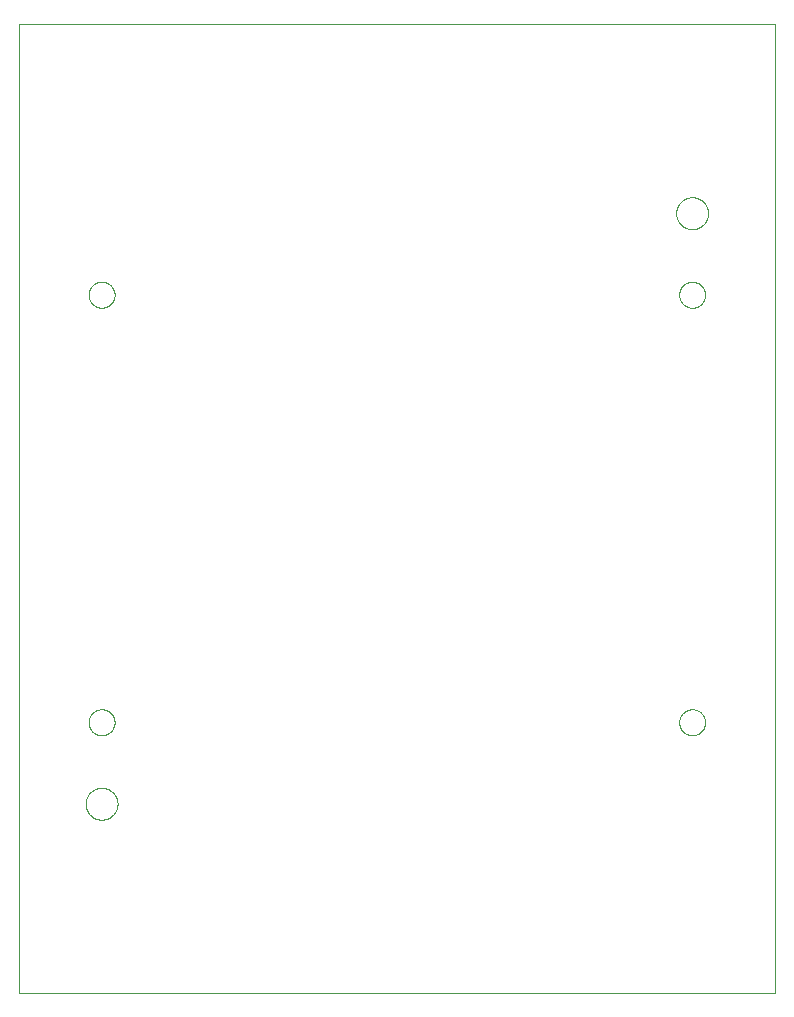
<source format=gtp>
G75*
%MOIN*%
%OFA0B0*%
%FSLAX25Y25*%
%IPPOS*%
%LPD*%
%AMOC8*
5,1,8,0,0,1.08239X$1,22.5*
%
%ADD10C,0.00000*%
D10*
X0001300Y0011772D02*
X0001300Y0334606D01*
X0253269Y0334606D01*
X0253269Y0011772D01*
X0001300Y0011772D01*
X0023544Y0074764D02*
X0023546Y0074909D01*
X0023552Y0075054D01*
X0023562Y0075199D01*
X0023576Y0075344D01*
X0023594Y0075488D01*
X0023615Y0075631D01*
X0023641Y0075774D01*
X0023670Y0075916D01*
X0023704Y0076058D01*
X0023741Y0076198D01*
X0023782Y0076337D01*
X0023827Y0076475D01*
X0023876Y0076612D01*
X0023928Y0076748D01*
X0023984Y0076882D01*
X0024044Y0077014D01*
X0024107Y0077145D01*
X0024174Y0077273D01*
X0024244Y0077401D01*
X0024318Y0077526D01*
X0024395Y0077649D01*
X0024475Y0077769D01*
X0024559Y0077888D01*
X0024646Y0078004D01*
X0024736Y0078118D01*
X0024829Y0078230D01*
X0024925Y0078338D01*
X0025025Y0078444D01*
X0025126Y0078548D01*
X0025231Y0078648D01*
X0025339Y0078746D01*
X0025449Y0078841D01*
X0025561Y0078932D01*
X0025676Y0079021D01*
X0025794Y0079106D01*
X0025914Y0079188D01*
X0026036Y0079267D01*
X0026160Y0079343D01*
X0026286Y0079415D01*
X0026414Y0079483D01*
X0026544Y0079548D01*
X0026675Y0079610D01*
X0026808Y0079667D01*
X0026943Y0079722D01*
X0027079Y0079772D01*
X0027217Y0079819D01*
X0027355Y0079862D01*
X0027495Y0079901D01*
X0027636Y0079936D01*
X0027778Y0079968D01*
X0027920Y0079995D01*
X0028063Y0080019D01*
X0028207Y0080039D01*
X0028352Y0080055D01*
X0028496Y0080067D01*
X0028641Y0080075D01*
X0028786Y0080079D01*
X0028932Y0080079D01*
X0029077Y0080075D01*
X0029222Y0080067D01*
X0029366Y0080055D01*
X0029511Y0080039D01*
X0029655Y0080019D01*
X0029798Y0079995D01*
X0029940Y0079968D01*
X0030082Y0079936D01*
X0030223Y0079901D01*
X0030363Y0079862D01*
X0030501Y0079819D01*
X0030639Y0079772D01*
X0030775Y0079722D01*
X0030910Y0079667D01*
X0031043Y0079610D01*
X0031174Y0079548D01*
X0031304Y0079483D01*
X0031432Y0079415D01*
X0031558Y0079343D01*
X0031682Y0079267D01*
X0031804Y0079188D01*
X0031924Y0079106D01*
X0032042Y0079021D01*
X0032157Y0078932D01*
X0032269Y0078841D01*
X0032379Y0078746D01*
X0032487Y0078648D01*
X0032592Y0078548D01*
X0032693Y0078444D01*
X0032793Y0078338D01*
X0032889Y0078230D01*
X0032982Y0078118D01*
X0033072Y0078004D01*
X0033159Y0077888D01*
X0033243Y0077769D01*
X0033323Y0077649D01*
X0033400Y0077526D01*
X0033474Y0077401D01*
X0033544Y0077273D01*
X0033611Y0077145D01*
X0033674Y0077014D01*
X0033734Y0076882D01*
X0033790Y0076748D01*
X0033842Y0076612D01*
X0033891Y0076475D01*
X0033936Y0076337D01*
X0033977Y0076198D01*
X0034014Y0076058D01*
X0034048Y0075916D01*
X0034077Y0075774D01*
X0034103Y0075631D01*
X0034124Y0075488D01*
X0034142Y0075344D01*
X0034156Y0075199D01*
X0034166Y0075054D01*
X0034172Y0074909D01*
X0034174Y0074764D01*
X0034172Y0074619D01*
X0034166Y0074474D01*
X0034156Y0074329D01*
X0034142Y0074184D01*
X0034124Y0074040D01*
X0034103Y0073897D01*
X0034077Y0073754D01*
X0034048Y0073612D01*
X0034014Y0073470D01*
X0033977Y0073330D01*
X0033936Y0073191D01*
X0033891Y0073053D01*
X0033842Y0072916D01*
X0033790Y0072780D01*
X0033734Y0072646D01*
X0033674Y0072514D01*
X0033611Y0072383D01*
X0033544Y0072255D01*
X0033474Y0072127D01*
X0033400Y0072002D01*
X0033323Y0071879D01*
X0033243Y0071759D01*
X0033159Y0071640D01*
X0033072Y0071524D01*
X0032982Y0071410D01*
X0032889Y0071298D01*
X0032793Y0071190D01*
X0032693Y0071084D01*
X0032592Y0070980D01*
X0032487Y0070880D01*
X0032379Y0070782D01*
X0032269Y0070687D01*
X0032157Y0070596D01*
X0032042Y0070507D01*
X0031924Y0070422D01*
X0031804Y0070340D01*
X0031682Y0070261D01*
X0031558Y0070185D01*
X0031432Y0070113D01*
X0031304Y0070045D01*
X0031174Y0069980D01*
X0031043Y0069918D01*
X0030910Y0069861D01*
X0030775Y0069806D01*
X0030639Y0069756D01*
X0030501Y0069709D01*
X0030363Y0069666D01*
X0030223Y0069627D01*
X0030082Y0069592D01*
X0029940Y0069560D01*
X0029798Y0069533D01*
X0029655Y0069509D01*
X0029511Y0069489D01*
X0029366Y0069473D01*
X0029222Y0069461D01*
X0029077Y0069453D01*
X0028932Y0069449D01*
X0028786Y0069449D01*
X0028641Y0069453D01*
X0028496Y0069461D01*
X0028352Y0069473D01*
X0028207Y0069489D01*
X0028063Y0069509D01*
X0027920Y0069533D01*
X0027778Y0069560D01*
X0027636Y0069592D01*
X0027495Y0069627D01*
X0027355Y0069666D01*
X0027217Y0069709D01*
X0027079Y0069756D01*
X0026943Y0069806D01*
X0026808Y0069861D01*
X0026675Y0069918D01*
X0026544Y0069980D01*
X0026414Y0070045D01*
X0026286Y0070113D01*
X0026160Y0070185D01*
X0026036Y0070261D01*
X0025914Y0070340D01*
X0025794Y0070422D01*
X0025676Y0070507D01*
X0025561Y0070596D01*
X0025449Y0070687D01*
X0025339Y0070782D01*
X0025231Y0070880D01*
X0025126Y0070980D01*
X0025025Y0071084D01*
X0024925Y0071190D01*
X0024829Y0071298D01*
X0024736Y0071410D01*
X0024646Y0071524D01*
X0024559Y0071640D01*
X0024475Y0071759D01*
X0024395Y0071879D01*
X0024318Y0072002D01*
X0024244Y0072127D01*
X0024174Y0072255D01*
X0024107Y0072383D01*
X0024044Y0072514D01*
X0023984Y0072646D01*
X0023928Y0072780D01*
X0023876Y0072916D01*
X0023827Y0073053D01*
X0023782Y0073191D01*
X0023741Y0073330D01*
X0023704Y0073470D01*
X0023670Y0073612D01*
X0023641Y0073754D01*
X0023615Y0073897D01*
X0023594Y0074040D01*
X0023576Y0074184D01*
X0023562Y0074329D01*
X0023552Y0074474D01*
X0023546Y0074619D01*
X0023544Y0074764D01*
X0024528Y0101929D02*
X0024530Y0102060D01*
X0024536Y0102192D01*
X0024546Y0102323D01*
X0024560Y0102454D01*
X0024578Y0102584D01*
X0024600Y0102713D01*
X0024625Y0102842D01*
X0024655Y0102970D01*
X0024689Y0103097D01*
X0024726Y0103224D01*
X0024767Y0103348D01*
X0024812Y0103472D01*
X0024861Y0103594D01*
X0024913Y0103715D01*
X0024969Y0103833D01*
X0025029Y0103951D01*
X0025092Y0104066D01*
X0025159Y0104179D01*
X0025229Y0104291D01*
X0025302Y0104400D01*
X0025378Y0104506D01*
X0025458Y0104611D01*
X0025541Y0104713D01*
X0025627Y0104812D01*
X0025716Y0104909D01*
X0025808Y0105003D01*
X0025903Y0105094D01*
X0026000Y0105183D01*
X0026100Y0105268D01*
X0026203Y0105350D01*
X0026308Y0105429D01*
X0026415Y0105505D01*
X0026525Y0105577D01*
X0026637Y0105646D01*
X0026751Y0105712D01*
X0026866Y0105774D01*
X0026984Y0105833D01*
X0027103Y0105888D01*
X0027224Y0105940D01*
X0027347Y0105987D01*
X0027471Y0106031D01*
X0027596Y0106072D01*
X0027722Y0106108D01*
X0027850Y0106141D01*
X0027978Y0106169D01*
X0028107Y0106194D01*
X0028237Y0106215D01*
X0028367Y0106232D01*
X0028498Y0106245D01*
X0028629Y0106254D01*
X0028760Y0106259D01*
X0028892Y0106260D01*
X0029023Y0106257D01*
X0029155Y0106250D01*
X0029286Y0106239D01*
X0029416Y0106224D01*
X0029546Y0106205D01*
X0029676Y0106182D01*
X0029804Y0106156D01*
X0029932Y0106125D01*
X0030059Y0106090D01*
X0030185Y0106052D01*
X0030309Y0106010D01*
X0030433Y0105964D01*
X0030554Y0105914D01*
X0030674Y0105861D01*
X0030793Y0105804D01*
X0030910Y0105744D01*
X0031024Y0105680D01*
X0031137Y0105612D01*
X0031248Y0105541D01*
X0031357Y0105467D01*
X0031463Y0105390D01*
X0031567Y0105309D01*
X0031668Y0105226D01*
X0031767Y0105139D01*
X0031863Y0105049D01*
X0031956Y0104956D01*
X0032047Y0104861D01*
X0032134Y0104763D01*
X0032219Y0104662D01*
X0032300Y0104559D01*
X0032378Y0104453D01*
X0032453Y0104345D01*
X0032525Y0104235D01*
X0032593Y0104123D01*
X0032658Y0104009D01*
X0032719Y0103892D01*
X0032777Y0103774D01*
X0032831Y0103654D01*
X0032882Y0103533D01*
X0032929Y0103410D01*
X0032972Y0103286D01*
X0033011Y0103161D01*
X0033047Y0103034D01*
X0033078Y0102906D01*
X0033106Y0102778D01*
X0033130Y0102649D01*
X0033150Y0102519D01*
X0033166Y0102388D01*
X0033178Y0102257D01*
X0033186Y0102126D01*
X0033190Y0101995D01*
X0033190Y0101863D01*
X0033186Y0101732D01*
X0033178Y0101601D01*
X0033166Y0101470D01*
X0033150Y0101339D01*
X0033130Y0101209D01*
X0033106Y0101080D01*
X0033078Y0100952D01*
X0033047Y0100824D01*
X0033011Y0100697D01*
X0032972Y0100572D01*
X0032929Y0100448D01*
X0032882Y0100325D01*
X0032831Y0100204D01*
X0032777Y0100084D01*
X0032719Y0099966D01*
X0032658Y0099849D01*
X0032593Y0099735D01*
X0032525Y0099623D01*
X0032453Y0099513D01*
X0032378Y0099405D01*
X0032300Y0099299D01*
X0032219Y0099196D01*
X0032134Y0099095D01*
X0032047Y0098997D01*
X0031956Y0098902D01*
X0031863Y0098809D01*
X0031767Y0098719D01*
X0031668Y0098632D01*
X0031567Y0098549D01*
X0031463Y0098468D01*
X0031357Y0098391D01*
X0031248Y0098317D01*
X0031137Y0098246D01*
X0031025Y0098178D01*
X0030910Y0098114D01*
X0030793Y0098054D01*
X0030674Y0097997D01*
X0030554Y0097944D01*
X0030433Y0097894D01*
X0030309Y0097848D01*
X0030185Y0097806D01*
X0030059Y0097768D01*
X0029932Y0097733D01*
X0029804Y0097702D01*
X0029676Y0097676D01*
X0029546Y0097653D01*
X0029416Y0097634D01*
X0029286Y0097619D01*
X0029155Y0097608D01*
X0029023Y0097601D01*
X0028892Y0097598D01*
X0028760Y0097599D01*
X0028629Y0097604D01*
X0028498Y0097613D01*
X0028367Y0097626D01*
X0028237Y0097643D01*
X0028107Y0097664D01*
X0027978Y0097689D01*
X0027850Y0097717D01*
X0027722Y0097750D01*
X0027596Y0097786D01*
X0027471Y0097827D01*
X0027347Y0097871D01*
X0027224Y0097918D01*
X0027103Y0097970D01*
X0026984Y0098025D01*
X0026866Y0098084D01*
X0026751Y0098146D01*
X0026637Y0098212D01*
X0026525Y0098281D01*
X0026415Y0098353D01*
X0026308Y0098429D01*
X0026203Y0098508D01*
X0026100Y0098590D01*
X0026000Y0098675D01*
X0025903Y0098764D01*
X0025808Y0098855D01*
X0025716Y0098949D01*
X0025627Y0099046D01*
X0025541Y0099145D01*
X0025458Y0099247D01*
X0025378Y0099352D01*
X0025302Y0099458D01*
X0025229Y0099567D01*
X0025159Y0099679D01*
X0025092Y0099792D01*
X0025029Y0099907D01*
X0024969Y0100025D01*
X0024913Y0100143D01*
X0024861Y0100264D01*
X0024812Y0100386D01*
X0024767Y0100510D01*
X0024726Y0100634D01*
X0024689Y0100761D01*
X0024655Y0100888D01*
X0024625Y0101016D01*
X0024600Y0101145D01*
X0024578Y0101274D01*
X0024560Y0101404D01*
X0024546Y0101535D01*
X0024536Y0101666D01*
X0024530Y0101798D01*
X0024528Y0101929D01*
X0024528Y0244449D02*
X0024530Y0244580D01*
X0024536Y0244712D01*
X0024546Y0244843D01*
X0024560Y0244974D01*
X0024578Y0245104D01*
X0024600Y0245233D01*
X0024625Y0245362D01*
X0024655Y0245490D01*
X0024689Y0245617D01*
X0024726Y0245744D01*
X0024767Y0245868D01*
X0024812Y0245992D01*
X0024861Y0246114D01*
X0024913Y0246235D01*
X0024969Y0246353D01*
X0025029Y0246471D01*
X0025092Y0246586D01*
X0025159Y0246699D01*
X0025229Y0246811D01*
X0025302Y0246920D01*
X0025378Y0247026D01*
X0025458Y0247131D01*
X0025541Y0247233D01*
X0025627Y0247332D01*
X0025716Y0247429D01*
X0025808Y0247523D01*
X0025903Y0247614D01*
X0026000Y0247703D01*
X0026100Y0247788D01*
X0026203Y0247870D01*
X0026308Y0247949D01*
X0026415Y0248025D01*
X0026525Y0248097D01*
X0026637Y0248166D01*
X0026751Y0248232D01*
X0026866Y0248294D01*
X0026984Y0248353D01*
X0027103Y0248408D01*
X0027224Y0248460D01*
X0027347Y0248507D01*
X0027471Y0248551D01*
X0027596Y0248592D01*
X0027722Y0248628D01*
X0027850Y0248661D01*
X0027978Y0248689D01*
X0028107Y0248714D01*
X0028237Y0248735D01*
X0028367Y0248752D01*
X0028498Y0248765D01*
X0028629Y0248774D01*
X0028760Y0248779D01*
X0028892Y0248780D01*
X0029023Y0248777D01*
X0029155Y0248770D01*
X0029286Y0248759D01*
X0029416Y0248744D01*
X0029546Y0248725D01*
X0029676Y0248702D01*
X0029804Y0248676D01*
X0029932Y0248645D01*
X0030059Y0248610D01*
X0030185Y0248572D01*
X0030309Y0248530D01*
X0030433Y0248484D01*
X0030554Y0248434D01*
X0030674Y0248381D01*
X0030793Y0248324D01*
X0030910Y0248264D01*
X0031024Y0248200D01*
X0031137Y0248132D01*
X0031248Y0248061D01*
X0031357Y0247987D01*
X0031463Y0247910D01*
X0031567Y0247829D01*
X0031668Y0247746D01*
X0031767Y0247659D01*
X0031863Y0247569D01*
X0031956Y0247476D01*
X0032047Y0247381D01*
X0032134Y0247283D01*
X0032219Y0247182D01*
X0032300Y0247079D01*
X0032378Y0246973D01*
X0032453Y0246865D01*
X0032525Y0246755D01*
X0032593Y0246643D01*
X0032658Y0246529D01*
X0032719Y0246412D01*
X0032777Y0246294D01*
X0032831Y0246174D01*
X0032882Y0246053D01*
X0032929Y0245930D01*
X0032972Y0245806D01*
X0033011Y0245681D01*
X0033047Y0245554D01*
X0033078Y0245426D01*
X0033106Y0245298D01*
X0033130Y0245169D01*
X0033150Y0245039D01*
X0033166Y0244908D01*
X0033178Y0244777D01*
X0033186Y0244646D01*
X0033190Y0244515D01*
X0033190Y0244383D01*
X0033186Y0244252D01*
X0033178Y0244121D01*
X0033166Y0243990D01*
X0033150Y0243859D01*
X0033130Y0243729D01*
X0033106Y0243600D01*
X0033078Y0243472D01*
X0033047Y0243344D01*
X0033011Y0243217D01*
X0032972Y0243092D01*
X0032929Y0242968D01*
X0032882Y0242845D01*
X0032831Y0242724D01*
X0032777Y0242604D01*
X0032719Y0242486D01*
X0032658Y0242369D01*
X0032593Y0242255D01*
X0032525Y0242143D01*
X0032453Y0242033D01*
X0032378Y0241925D01*
X0032300Y0241819D01*
X0032219Y0241716D01*
X0032134Y0241615D01*
X0032047Y0241517D01*
X0031956Y0241422D01*
X0031863Y0241329D01*
X0031767Y0241239D01*
X0031668Y0241152D01*
X0031567Y0241069D01*
X0031463Y0240988D01*
X0031357Y0240911D01*
X0031248Y0240837D01*
X0031137Y0240766D01*
X0031025Y0240698D01*
X0030910Y0240634D01*
X0030793Y0240574D01*
X0030674Y0240517D01*
X0030554Y0240464D01*
X0030433Y0240414D01*
X0030309Y0240368D01*
X0030185Y0240326D01*
X0030059Y0240288D01*
X0029932Y0240253D01*
X0029804Y0240222D01*
X0029676Y0240196D01*
X0029546Y0240173D01*
X0029416Y0240154D01*
X0029286Y0240139D01*
X0029155Y0240128D01*
X0029023Y0240121D01*
X0028892Y0240118D01*
X0028760Y0240119D01*
X0028629Y0240124D01*
X0028498Y0240133D01*
X0028367Y0240146D01*
X0028237Y0240163D01*
X0028107Y0240184D01*
X0027978Y0240209D01*
X0027850Y0240237D01*
X0027722Y0240270D01*
X0027596Y0240306D01*
X0027471Y0240347D01*
X0027347Y0240391D01*
X0027224Y0240438D01*
X0027103Y0240490D01*
X0026984Y0240545D01*
X0026866Y0240604D01*
X0026751Y0240666D01*
X0026637Y0240732D01*
X0026525Y0240801D01*
X0026415Y0240873D01*
X0026308Y0240949D01*
X0026203Y0241028D01*
X0026100Y0241110D01*
X0026000Y0241195D01*
X0025903Y0241284D01*
X0025808Y0241375D01*
X0025716Y0241469D01*
X0025627Y0241566D01*
X0025541Y0241665D01*
X0025458Y0241767D01*
X0025378Y0241872D01*
X0025302Y0241978D01*
X0025229Y0242087D01*
X0025159Y0242199D01*
X0025092Y0242312D01*
X0025029Y0242427D01*
X0024969Y0242545D01*
X0024913Y0242663D01*
X0024861Y0242784D01*
X0024812Y0242906D01*
X0024767Y0243030D01*
X0024726Y0243154D01*
X0024689Y0243281D01*
X0024655Y0243408D01*
X0024625Y0243536D01*
X0024600Y0243665D01*
X0024578Y0243794D01*
X0024560Y0243924D01*
X0024546Y0244055D01*
X0024536Y0244186D01*
X0024530Y0244318D01*
X0024528Y0244449D01*
X0221378Y0244449D02*
X0221380Y0244580D01*
X0221386Y0244712D01*
X0221396Y0244843D01*
X0221410Y0244974D01*
X0221428Y0245104D01*
X0221450Y0245233D01*
X0221475Y0245362D01*
X0221505Y0245490D01*
X0221539Y0245617D01*
X0221576Y0245744D01*
X0221617Y0245868D01*
X0221662Y0245992D01*
X0221711Y0246114D01*
X0221763Y0246235D01*
X0221819Y0246353D01*
X0221879Y0246471D01*
X0221942Y0246586D01*
X0222009Y0246699D01*
X0222079Y0246811D01*
X0222152Y0246920D01*
X0222228Y0247026D01*
X0222308Y0247131D01*
X0222391Y0247233D01*
X0222477Y0247332D01*
X0222566Y0247429D01*
X0222658Y0247523D01*
X0222753Y0247614D01*
X0222850Y0247703D01*
X0222950Y0247788D01*
X0223053Y0247870D01*
X0223158Y0247949D01*
X0223265Y0248025D01*
X0223375Y0248097D01*
X0223487Y0248166D01*
X0223601Y0248232D01*
X0223716Y0248294D01*
X0223834Y0248353D01*
X0223953Y0248408D01*
X0224074Y0248460D01*
X0224197Y0248507D01*
X0224321Y0248551D01*
X0224446Y0248592D01*
X0224572Y0248628D01*
X0224700Y0248661D01*
X0224828Y0248689D01*
X0224957Y0248714D01*
X0225087Y0248735D01*
X0225217Y0248752D01*
X0225348Y0248765D01*
X0225479Y0248774D01*
X0225610Y0248779D01*
X0225742Y0248780D01*
X0225873Y0248777D01*
X0226005Y0248770D01*
X0226136Y0248759D01*
X0226266Y0248744D01*
X0226396Y0248725D01*
X0226526Y0248702D01*
X0226654Y0248676D01*
X0226782Y0248645D01*
X0226909Y0248610D01*
X0227035Y0248572D01*
X0227159Y0248530D01*
X0227283Y0248484D01*
X0227404Y0248434D01*
X0227524Y0248381D01*
X0227643Y0248324D01*
X0227760Y0248264D01*
X0227874Y0248200D01*
X0227987Y0248132D01*
X0228098Y0248061D01*
X0228207Y0247987D01*
X0228313Y0247910D01*
X0228417Y0247829D01*
X0228518Y0247746D01*
X0228617Y0247659D01*
X0228713Y0247569D01*
X0228806Y0247476D01*
X0228897Y0247381D01*
X0228984Y0247283D01*
X0229069Y0247182D01*
X0229150Y0247079D01*
X0229228Y0246973D01*
X0229303Y0246865D01*
X0229375Y0246755D01*
X0229443Y0246643D01*
X0229508Y0246529D01*
X0229569Y0246412D01*
X0229627Y0246294D01*
X0229681Y0246174D01*
X0229732Y0246053D01*
X0229779Y0245930D01*
X0229822Y0245806D01*
X0229861Y0245681D01*
X0229897Y0245554D01*
X0229928Y0245426D01*
X0229956Y0245298D01*
X0229980Y0245169D01*
X0230000Y0245039D01*
X0230016Y0244908D01*
X0230028Y0244777D01*
X0230036Y0244646D01*
X0230040Y0244515D01*
X0230040Y0244383D01*
X0230036Y0244252D01*
X0230028Y0244121D01*
X0230016Y0243990D01*
X0230000Y0243859D01*
X0229980Y0243729D01*
X0229956Y0243600D01*
X0229928Y0243472D01*
X0229897Y0243344D01*
X0229861Y0243217D01*
X0229822Y0243092D01*
X0229779Y0242968D01*
X0229732Y0242845D01*
X0229681Y0242724D01*
X0229627Y0242604D01*
X0229569Y0242486D01*
X0229508Y0242369D01*
X0229443Y0242255D01*
X0229375Y0242143D01*
X0229303Y0242033D01*
X0229228Y0241925D01*
X0229150Y0241819D01*
X0229069Y0241716D01*
X0228984Y0241615D01*
X0228897Y0241517D01*
X0228806Y0241422D01*
X0228713Y0241329D01*
X0228617Y0241239D01*
X0228518Y0241152D01*
X0228417Y0241069D01*
X0228313Y0240988D01*
X0228207Y0240911D01*
X0228098Y0240837D01*
X0227987Y0240766D01*
X0227875Y0240698D01*
X0227760Y0240634D01*
X0227643Y0240574D01*
X0227524Y0240517D01*
X0227404Y0240464D01*
X0227283Y0240414D01*
X0227159Y0240368D01*
X0227035Y0240326D01*
X0226909Y0240288D01*
X0226782Y0240253D01*
X0226654Y0240222D01*
X0226526Y0240196D01*
X0226396Y0240173D01*
X0226266Y0240154D01*
X0226136Y0240139D01*
X0226005Y0240128D01*
X0225873Y0240121D01*
X0225742Y0240118D01*
X0225610Y0240119D01*
X0225479Y0240124D01*
X0225348Y0240133D01*
X0225217Y0240146D01*
X0225087Y0240163D01*
X0224957Y0240184D01*
X0224828Y0240209D01*
X0224700Y0240237D01*
X0224572Y0240270D01*
X0224446Y0240306D01*
X0224321Y0240347D01*
X0224197Y0240391D01*
X0224074Y0240438D01*
X0223953Y0240490D01*
X0223834Y0240545D01*
X0223716Y0240604D01*
X0223601Y0240666D01*
X0223487Y0240732D01*
X0223375Y0240801D01*
X0223265Y0240873D01*
X0223158Y0240949D01*
X0223053Y0241028D01*
X0222950Y0241110D01*
X0222850Y0241195D01*
X0222753Y0241284D01*
X0222658Y0241375D01*
X0222566Y0241469D01*
X0222477Y0241566D01*
X0222391Y0241665D01*
X0222308Y0241767D01*
X0222228Y0241872D01*
X0222152Y0241978D01*
X0222079Y0242087D01*
X0222009Y0242199D01*
X0221942Y0242312D01*
X0221879Y0242427D01*
X0221819Y0242545D01*
X0221763Y0242663D01*
X0221711Y0242784D01*
X0221662Y0242906D01*
X0221617Y0243030D01*
X0221576Y0243154D01*
X0221539Y0243281D01*
X0221505Y0243408D01*
X0221475Y0243536D01*
X0221450Y0243665D01*
X0221428Y0243794D01*
X0221410Y0243924D01*
X0221396Y0244055D01*
X0221386Y0244186D01*
X0221380Y0244318D01*
X0221378Y0244449D01*
X0220394Y0271614D02*
X0220396Y0271759D01*
X0220402Y0271904D01*
X0220412Y0272049D01*
X0220426Y0272194D01*
X0220444Y0272338D01*
X0220465Y0272481D01*
X0220491Y0272624D01*
X0220520Y0272766D01*
X0220554Y0272908D01*
X0220591Y0273048D01*
X0220632Y0273187D01*
X0220677Y0273325D01*
X0220726Y0273462D01*
X0220778Y0273598D01*
X0220834Y0273732D01*
X0220894Y0273864D01*
X0220957Y0273995D01*
X0221024Y0274123D01*
X0221094Y0274251D01*
X0221168Y0274376D01*
X0221245Y0274499D01*
X0221325Y0274619D01*
X0221409Y0274738D01*
X0221496Y0274854D01*
X0221586Y0274968D01*
X0221679Y0275080D01*
X0221775Y0275188D01*
X0221875Y0275294D01*
X0221976Y0275398D01*
X0222081Y0275498D01*
X0222189Y0275596D01*
X0222299Y0275691D01*
X0222411Y0275782D01*
X0222526Y0275871D01*
X0222644Y0275956D01*
X0222764Y0276038D01*
X0222886Y0276117D01*
X0223010Y0276193D01*
X0223136Y0276265D01*
X0223264Y0276333D01*
X0223394Y0276398D01*
X0223525Y0276460D01*
X0223658Y0276517D01*
X0223793Y0276572D01*
X0223929Y0276622D01*
X0224067Y0276669D01*
X0224205Y0276712D01*
X0224345Y0276751D01*
X0224486Y0276786D01*
X0224628Y0276818D01*
X0224770Y0276845D01*
X0224913Y0276869D01*
X0225057Y0276889D01*
X0225202Y0276905D01*
X0225346Y0276917D01*
X0225491Y0276925D01*
X0225636Y0276929D01*
X0225782Y0276929D01*
X0225927Y0276925D01*
X0226072Y0276917D01*
X0226216Y0276905D01*
X0226361Y0276889D01*
X0226505Y0276869D01*
X0226648Y0276845D01*
X0226790Y0276818D01*
X0226932Y0276786D01*
X0227073Y0276751D01*
X0227213Y0276712D01*
X0227351Y0276669D01*
X0227489Y0276622D01*
X0227625Y0276572D01*
X0227760Y0276517D01*
X0227893Y0276460D01*
X0228024Y0276398D01*
X0228154Y0276333D01*
X0228282Y0276265D01*
X0228408Y0276193D01*
X0228532Y0276117D01*
X0228654Y0276038D01*
X0228774Y0275956D01*
X0228892Y0275871D01*
X0229007Y0275782D01*
X0229119Y0275691D01*
X0229229Y0275596D01*
X0229337Y0275498D01*
X0229442Y0275398D01*
X0229543Y0275294D01*
X0229643Y0275188D01*
X0229739Y0275080D01*
X0229832Y0274968D01*
X0229922Y0274854D01*
X0230009Y0274738D01*
X0230093Y0274619D01*
X0230173Y0274499D01*
X0230250Y0274376D01*
X0230324Y0274251D01*
X0230394Y0274123D01*
X0230461Y0273995D01*
X0230524Y0273864D01*
X0230584Y0273732D01*
X0230640Y0273598D01*
X0230692Y0273462D01*
X0230741Y0273325D01*
X0230786Y0273187D01*
X0230827Y0273048D01*
X0230864Y0272908D01*
X0230898Y0272766D01*
X0230927Y0272624D01*
X0230953Y0272481D01*
X0230974Y0272338D01*
X0230992Y0272194D01*
X0231006Y0272049D01*
X0231016Y0271904D01*
X0231022Y0271759D01*
X0231024Y0271614D01*
X0231022Y0271469D01*
X0231016Y0271324D01*
X0231006Y0271179D01*
X0230992Y0271034D01*
X0230974Y0270890D01*
X0230953Y0270747D01*
X0230927Y0270604D01*
X0230898Y0270462D01*
X0230864Y0270320D01*
X0230827Y0270180D01*
X0230786Y0270041D01*
X0230741Y0269903D01*
X0230692Y0269766D01*
X0230640Y0269630D01*
X0230584Y0269496D01*
X0230524Y0269364D01*
X0230461Y0269233D01*
X0230394Y0269105D01*
X0230324Y0268977D01*
X0230250Y0268852D01*
X0230173Y0268729D01*
X0230093Y0268609D01*
X0230009Y0268490D01*
X0229922Y0268374D01*
X0229832Y0268260D01*
X0229739Y0268148D01*
X0229643Y0268040D01*
X0229543Y0267934D01*
X0229442Y0267830D01*
X0229337Y0267730D01*
X0229229Y0267632D01*
X0229119Y0267537D01*
X0229007Y0267446D01*
X0228892Y0267357D01*
X0228774Y0267272D01*
X0228654Y0267190D01*
X0228532Y0267111D01*
X0228408Y0267035D01*
X0228282Y0266963D01*
X0228154Y0266895D01*
X0228024Y0266830D01*
X0227893Y0266768D01*
X0227760Y0266711D01*
X0227625Y0266656D01*
X0227489Y0266606D01*
X0227351Y0266559D01*
X0227213Y0266516D01*
X0227073Y0266477D01*
X0226932Y0266442D01*
X0226790Y0266410D01*
X0226648Y0266383D01*
X0226505Y0266359D01*
X0226361Y0266339D01*
X0226216Y0266323D01*
X0226072Y0266311D01*
X0225927Y0266303D01*
X0225782Y0266299D01*
X0225636Y0266299D01*
X0225491Y0266303D01*
X0225346Y0266311D01*
X0225202Y0266323D01*
X0225057Y0266339D01*
X0224913Y0266359D01*
X0224770Y0266383D01*
X0224628Y0266410D01*
X0224486Y0266442D01*
X0224345Y0266477D01*
X0224205Y0266516D01*
X0224067Y0266559D01*
X0223929Y0266606D01*
X0223793Y0266656D01*
X0223658Y0266711D01*
X0223525Y0266768D01*
X0223394Y0266830D01*
X0223264Y0266895D01*
X0223136Y0266963D01*
X0223010Y0267035D01*
X0222886Y0267111D01*
X0222764Y0267190D01*
X0222644Y0267272D01*
X0222526Y0267357D01*
X0222411Y0267446D01*
X0222299Y0267537D01*
X0222189Y0267632D01*
X0222081Y0267730D01*
X0221976Y0267830D01*
X0221875Y0267934D01*
X0221775Y0268040D01*
X0221679Y0268148D01*
X0221586Y0268260D01*
X0221496Y0268374D01*
X0221409Y0268490D01*
X0221325Y0268609D01*
X0221245Y0268729D01*
X0221168Y0268852D01*
X0221094Y0268977D01*
X0221024Y0269105D01*
X0220957Y0269233D01*
X0220894Y0269364D01*
X0220834Y0269496D01*
X0220778Y0269630D01*
X0220726Y0269766D01*
X0220677Y0269903D01*
X0220632Y0270041D01*
X0220591Y0270180D01*
X0220554Y0270320D01*
X0220520Y0270462D01*
X0220491Y0270604D01*
X0220465Y0270747D01*
X0220444Y0270890D01*
X0220426Y0271034D01*
X0220412Y0271179D01*
X0220402Y0271324D01*
X0220396Y0271469D01*
X0220394Y0271614D01*
X0221378Y0101929D02*
X0221380Y0102060D01*
X0221386Y0102192D01*
X0221396Y0102323D01*
X0221410Y0102454D01*
X0221428Y0102584D01*
X0221450Y0102713D01*
X0221475Y0102842D01*
X0221505Y0102970D01*
X0221539Y0103097D01*
X0221576Y0103224D01*
X0221617Y0103348D01*
X0221662Y0103472D01*
X0221711Y0103594D01*
X0221763Y0103715D01*
X0221819Y0103833D01*
X0221879Y0103951D01*
X0221942Y0104066D01*
X0222009Y0104179D01*
X0222079Y0104291D01*
X0222152Y0104400D01*
X0222228Y0104506D01*
X0222308Y0104611D01*
X0222391Y0104713D01*
X0222477Y0104812D01*
X0222566Y0104909D01*
X0222658Y0105003D01*
X0222753Y0105094D01*
X0222850Y0105183D01*
X0222950Y0105268D01*
X0223053Y0105350D01*
X0223158Y0105429D01*
X0223265Y0105505D01*
X0223375Y0105577D01*
X0223487Y0105646D01*
X0223601Y0105712D01*
X0223716Y0105774D01*
X0223834Y0105833D01*
X0223953Y0105888D01*
X0224074Y0105940D01*
X0224197Y0105987D01*
X0224321Y0106031D01*
X0224446Y0106072D01*
X0224572Y0106108D01*
X0224700Y0106141D01*
X0224828Y0106169D01*
X0224957Y0106194D01*
X0225087Y0106215D01*
X0225217Y0106232D01*
X0225348Y0106245D01*
X0225479Y0106254D01*
X0225610Y0106259D01*
X0225742Y0106260D01*
X0225873Y0106257D01*
X0226005Y0106250D01*
X0226136Y0106239D01*
X0226266Y0106224D01*
X0226396Y0106205D01*
X0226526Y0106182D01*
X0226654Y0106156D01*
X0226782Y0106125D01*
X0226909Y0106090D01*
X0227035Y0106052D01*
X0227159Y0106010D01*
X0227283Y0105964D01*
X0227404Y0105914D01*
X0227524Y0105861D01*
X0227643Y0105804D01*
X0227760Y0105744D01*
X0227874Y0105680D01*
X0227987Y0105612D01*
X0228098Y0105541D01*
X0228207Y0105467D01*
X0228313Y0105390D01*
X0228417Y0105309D01*
X0228518Y0105226D01*
X0228617Y0105139D01*
X0228713Y0105049D01*
X0228806Y0104956D01*
X0228897Y0104861D01*
X0228984Y0104763D01*
X0229069Y0104662D01*
X0229150Y0104559D01*
X0229228Y0104453D01*
X0229303Y0104345D01*
X0229375Y0104235D01*
X0229443Y0104123D01*
X0229508Y0104009D01*
X0229569Y0103892D01*
X0229627Y0103774D01*
X0229681Y0103654D01*
X0229732Y0103533D01*
X0229779Y0103410D01*
X0229822Y0103286D01*
X0229861Y0103161D01*
X0229897Y0103034D01*
X0229928Y0102906D01*
X0229956Y0102778D01*
X0229980Y0102649D01*
X0230000Y0102519D01*
X0230016Y0102388D01*
X0230028Y0102257D01*
X0230036Y0102126D01*
X0230040Y0101995D01*
X0230040Y0101863D01*
X0230036Y0101732D01*
X0230028Y0101601D01*
X0230016Y0101470D01*
X0230000Y0101339D01*
X0229980Y0101209D01*
X0229956Y0101080D01*
X0229928Y0100952D01*
X0229897Y0100824D01*
X0229861Y0100697D01*
X0229822Y0100572D01*
X0229779Y0100448D01*
X0229732Y0100325D01*
X0229681Y0100204D01*
X0229627Y0100084D01*
X0229569Y0099966D01*
X0229508Y0099849D01*
X0229443Y0099735D01*
X0229375Y0099623D01*
X0229303Y0099513D01*
X0229228Y0099405D01*
X0229150Y0099299D01*
X0229069Y0099196D01*
X0228984Y0099095D01*
X0228897Y0098997D01*
X0228806Y0098902D01*
X0228713Y0098809D01*
X0228617Y0098719D01*
X0228518Y0098632D01*
X0228417Y0098549D01*
X0228313Y0098468D01*
X0228207Y0098391D01*
X0228098Y0098317D01*
X0227987Y0098246D01*
X0227875Y0098178D01*
X0227760Y0098114D01*
X0227643Y0098054D01*
X0227524Y0097997D01*
X0227404Y0097944D01*
X0227283Y0097894D01*
X0227159Y0097848D01*
X0227035Y0097806D01*
X0226909Y0097768D01*
X0226782Y0097733D01*
X0226654Y0097702D01*
X0226526Y0097676D01*
X0226396Y0097653D01*
X0226266Y0097634D01*
X0226136Y0097619D01*
X0226005Y0097608D01*
X0225873Y0097601D01*
X0225742Y0097598D01*
X0225610Y0097599D01*
X0225479Y0097604D01*
X0225348Y0097613D01*
X0225217Y0097626D01*
X0225087Y0097643D01*
X0224957Y0097664D01*
X0224828Y0097689D01*
X0224700Y0097717D01*
X0224572Y0097750D01*
X0224446Y0097786D01*
X0224321Y0097827D01*
X0224197Y0097871D01*
X0224074Y0097918D01*
X0223953Y0097970D01*
X0223834Y0098025D01*
X0223716Y0098084D01*
X0223601Y0098146D01*
X0223487Y0098212D01*
X0223375Y0098281D01*
X0223265Y0098353D01*
X0223158Y0098429D01*
X0223053Y0098508D01*
X0222950Y0098590D01*
X0222850Y0098675D01*
X0222753Y0098764D01*
X0222658Y0098855D01*
X0222566Y0098949D01*
X0222477Y0099046D01*
X0222391Y0099145D01*
X0222308Y0099247D01*
X0222228Y0099352D01*
X0222152Y0099458D01*
X0222079Y0099567D01*
X0222009Y0099679D01*
X0221942Y0099792D01*
X0221879Y0099907D01*
X0221819Y0100025D01*
X0221763Y0100143D01*
X0221711Y0100264D01*
X0221662Y0100386D01*
X0221617Y0100510D01*
X0221576Y0100634D01*
X0221539Y0100761D01*
X0221505Y0100888D01*
X0221475Y0101016D01*
X0221450Y0101145D01*
X0221428Y0101274D01*
X0221410Y0101404D01*
X0221396Y0101535D01*
X0221386Y0101666D01*
X0221380Y0101798D01*
X0221378Y0101929D01*
M02*

</source>
